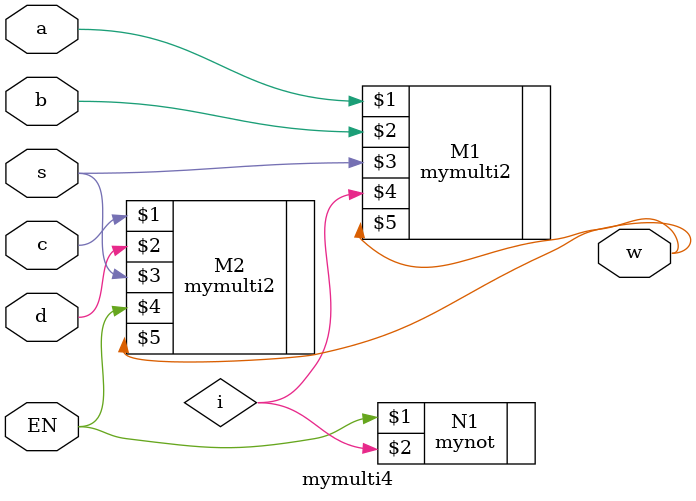
<source format=sv>
`timescale 1ns/1ns
module mymulti4 (input a,b,c,d,s,EN, output w);
	wire i;
	mynot N1(EN,i);
	mymulti2 M1(a,b,s,i,w);
	mymulti2 M2(c,d,s,EN,w);

endmodule
</source>
